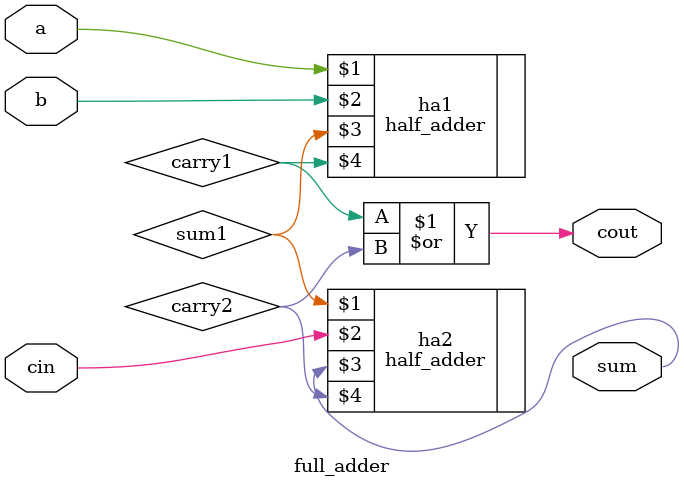
<source format=v>
`timescale 1ns / 1ps
`include "half_adder.v"

module full_adder(a, b, cin, sum, cout);
    input a, b, cin;
    output sum, cout;
    wire sum1, carry1, carry2;

    half_adder ha1(a,b,sum1,carry1);
    half_adder ha2(sum1,cin,sum,carry2);

    assign cout = carry1 | carry2; 
endmodule

</source>
